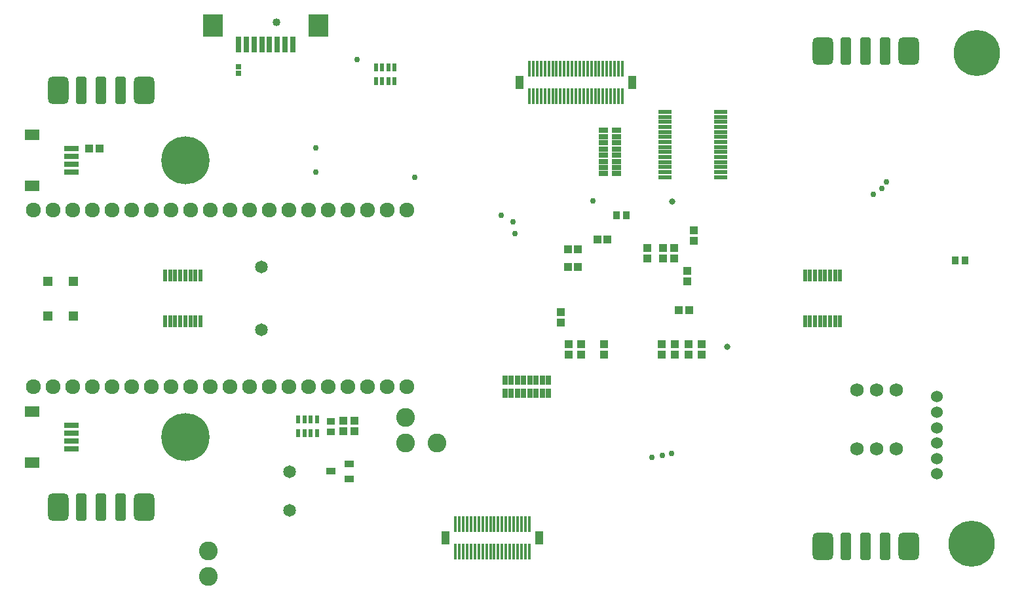
<source format=gbs>
G04 Layer_Color=16711935*
%FSLAX25Y25*%
%MOIN*%
G70*
G01*
G75*
%ADD66C,0.03000*%
%ADD67C,0.04000*%
%ADD68C,0.03200*%
%ADD128R,0.04043X0.03650*%
%ADD132R,0.03650X0.04043*%
%ADD133R,0.03847X0.04240*%
%ADD135R,0.04634X0.02665*%
%ADD136R,0.02665X0.04634*%
%ADD137R,0.04240X0.03847*%
%ADD141R,0.04634X0.04634*%
%ADD142R,0.02272X0.04043*%
G04:AMPARAMS|DCode=152|XSize=142.79mil|YSize=55mil|CornerRadius=15mil|HoleSize=0mil|Usage=FLASHONLY|Rotation=90.000|XOffset=0mil|YOffset=0mil|HoleType=Round|Shape=RoundedRectangle|*
%AMROUNDEDRECTD152*
21,1,0.14279,0.02500,0,0,90.0*
21,1,0.11280,0.05500,0,0,90.0*
1,1,0.03000,0.01250,0.05640*
1,1,0.03000,0.01250,-0.05640*
1,1,0.03000,-0.01250,-0.05640*
1,1,0.03000,-0.01250,0.05640*
%
%ADD152ROUNDEDRECTD152*%
G04:AMPARAMS|DCode=153|XSize=142.79mil|YSize=105mil|CornerRadius=27.5mil|HoleSize=0mil|Usage=FLASHONLY|Rotation=90.000|XOffset=0mil|YOffset=0mil|HoleType=Round|Shape=RoundedRectangle|*
%AMROUNDEDRECTD153*
21,1,0.14279,0.05000,0,0,90.0*
21,1,0.08780,0.10500,0,0,90.0*
1,1,0.05500,0.02500,0.04390*
1,1,0.05500,0.02500,-0.04390*
1,1,0.05500,-0.02500,-0.04390*
1,1,0.05500,-0.02500,0.04390*
%
%ADD153ROUNDEDRECTD153*%
%ADD159C,0.00500*%
%ADD160C,0.06500*%
%ADD161C,0.06799*%
%ADD162C,0.06012*%
%ADD163C,0.09555*%
%ADD164C,0.24500*%
%ADD165C,0.00500*%
%ADD166C,0.23500*%
%ADD167C,0.07587*%
%ADD168C,0.03300*%
%ADD170R,0.07587X0.05224*%
%ADD171R,0.07193X0.02862*%
%ADD172R,0.02272X0.06012*%
%ADD173R,0.04000X0.07000*%
%ADD174R,0.01681X0.08374*%
%ADD175R,0.04634X0.03453*%
%ADD176R,0.02862X0.02862*%
%ADD177R,0.06996X0.02075*%
%ADD178R,0.02862X0.08374*%
%ADD179R,0.10343X0.11524*%
D66*
X220000Y53000D02*
D03*
X226500Y59500D02*
D03*
X224285Y56154D02*
D03*
X36439Y39189D02*
D03*
X30500Y42500D02*
D03*
X37500Y33101D02*
D03*
X107193Y-80870D02*
D03*
X112362Y-80000D02*
D03*
X117060Y-79000D02*
D03*
X77268Y49861D02*
D03*
X-13500Y61738D02*
D03*
X-42700Y121885D02*
D03*
X-63744Y64295D02*
D03*
X-63768Y76788D02*
D03*
D67*
X-83829Y140819D02*
D03*
D68*
X145460Y-24606D02*
D03*
D128*
X-56000Y-62638D02*
D03*
Y-67756D02*
D03*
D132*
X266559Y19500D02*
D03*
X261441D02*
D03*
X89079Y42450D02*
D03*
X94197D02*
D03*
D133*
X126237Y-6000D02*
D03*
X120922D02*
D03*
X-173968Y76393D02*
D03*
X-179283D02*
D03*
X64342Y16004D02*
D03*
X69657D02*
D03*
X64342Y25034D02*
D03*
X69657D02*
D03*
X79343Y30032D02*
D03*
X84658D02*
D03*
D135*
X89106Y85685D02*
D03*
Y82535D02*
D03*
Y79386D02*
D03*
Y76236D02*
D03*
Y73087D02*
D03*
Y69937D02*
D03*
Y66787D02*
D03*
Y63638D02*
D03*
X82413Y85685D02*
D03*
Y82535D02*
D03*
Y79386D02*
D03*
Y76236D02*
D03*
Y73087D02*
D03*
Y69937D02*
D03*
Y66787D02*
D03*
Y63638D02*
D03*
D136*
X54524Y-48346D02*
D03*
X51374D02*
D03*
X48224D02*
D03*
X45075D02*
D03*
X41925D02*
D03*
X38776D02*
D03*
X35626D02*
D03*
X32476D02*
D03*
X54524Y-41654D02*
D03*
X51374D02*
D03*
X48224D02*
D03*
X45075D02*
D03*
X41925D02*
D03*
X38776D02*
D03*
X35626D02*
D03*
X32476D02*
D03*
D137*
X125129Y14110D02*
D03*
Y8795D02*
D03*
X82855Y-28703D02*
D03*
Y-23388D02*
D03*
X112250Y-28703D02*
D03*
Y-23388D02*
D03*
X64842D02*
D03*
Y-28703D02*
D03*
X132500Y-28703D02*
D03*
Y-23388D02*
D03*
X71010Y-28703D02*
D03*
Y-23388D02*
D03*
X125750Y-28703D02*
D03*
Y-23388D02*
D03*
X119000Y-28703D02*
D03*
Y-23388D02*
D03*
X-49902Y-67658D02*
D03*
Y-62343D02*
D03*
X-44000D02*
D03*
Y-67658D02*
D03*
X61000Y-12157D02*
D03*
Y-6842D02*
D03*
X118606Y25657D02*
D03*
Y20343D02*
D03*
X112701Y25657D02*
D03*
Y20343D02*
D03*
X104827Y25657D02*
D03*
Y20343D02*
D03*
X128521Y29342D02*
D03*
Y34657D02*
D03*
D141*
X-187004Y-8858D02*
D03*
Y8858D02*
D03*
X-199996Y-8858D02*
D03*
Y8858D02*
D03*
D142*
X-63276Y-68543D02*
D03*
X-66425D02*
D03*
X-69575D02*
D03*
X-72724D02*
D03*
X-63276Y-61457D02*
D03*
X-66425D02*
D03*
X-69575D02*
D03*
X-72724D02*
D03*
X-33224Y117874D02*
D03*
X-30075D02*
D03*
X-26925D02*
D03*
X-23776D02*
D03*
X-33224Y110787D02*
D03*
X-30075D02*
D03*
X-26925D02*
D03*
X-23776D02*
D03*
D152*
X206000Y-126213D02*
D03*
X216000D02*
D03*
X226000D02*
D03*
X-183000Y-106213D02*
D03*
X-173000D02*
D03*
X-163000D02*
D03*
Y106213D02*
D03*
X-173000D02*
D03*
X-183000D02*
D03*
X226000Y126213D02*
D03*
X216000D02*
D03*
X206000D02*
D03*
D153*
X194032Y-126213D02*
D03*
X237968D02*
D03*
X-194968Y-106213D02*
D03*
X-151031D02*
D03*
Y106213D02*
D03*
X-194968D02*
D03*
X237968Y126213D02*
D03*
X194032D02*
D03*
D159*
X96256Y115905D02*
D03*
X40744D02*
D03*
X48835Y-127905D02*
D03*
X3165D02*
D03*
D160*
X-91500Y-16004D02*
D03*
Y16004D02*
D03*
X-77250Y-107843D02*
D03*
Y-88157D02*
D03*
D161*
X211500Y-76500D02*
D03*
X221500D02*
D03*
X231500D02*
D03*
Y-46500D02*
D03*
X221500D02*
D03*
X211500D02*
D03*
D162*
X252261Y-50000D02*
D03*
X252259Y-89370D02*
D03*
Y-81496D02*
D03*
X252261Y-73622D02*
D03*
X252263Y-65748D02*
D03*
X252261Y-57874D02*
D03*
D163*
X-2000Y-73500D02*
D03*
X-18000Y-60500D02*
D03*
Y-73500D02*
D03*
X-118500Y-141500D02*
D03*
Y-128500D02*
D03*
D164*
X-130000Y70500D02*
D03*
Y-70500D02*
D03*
D165*
X214000Y70500D02*
D03*
X0Y0D02*
D03*
D166*
X270000Y-125000D02*
D03*
X272500Y125000D02*
D03*
D167*
X-17500Y-45000D02*
D03*
X-27500D02*
D03*
X-37500D02*
D03*
X-47500D02*
D03*
X-87500D02*
D03*
X-77500D02*
D03*
X-67500D02*
D03*
X-57500D02*
D03*
X-127500D02*
D03*
X-117500D02*
D03*
X-107500D02*
D03*
X-97500D02*
D03*
X-167500D02*
D03*
X-157500D02*
D03*
X-147500D02*
D03*
X-137500D02*
D03*
X-207500D02*
D03*
X-197500D02*
D03*
X-187500D02*
D03*
X-177500D02*
D03*
Y45000D02*
D03*
X-187500D02*
D03*
X-197500D02*
D03*
X-207500D02*
D03*
X-137500D02*
D03*
X-147500D02*
D03*
X-157500D02*
D03*
X-167500D02*
D03*
X-97500D02*
D03*
X-107500D02*
D03*
X-117500D02*
D03*
X-127500D02*
D03*
X-57500D02*
D03*
X-67500D02*
D03*
X-77500D02*
D03*
X-87500D02*
D03*
X-47500D02*
D03*
X-27500D02*
D03*
X-37500D02*
D03*
X-17500D02*
D03*
D168*
X117568Y49500D02*
D03*
D170*
X-208291Y83492D02*
D03*
Y57508D02*
D03*
Y-57508D02*
D03*
Y-83492D02*
D03*
D171*
X-188016Y72469D02*
D03*
Y76406D02*
D03*
Y64595D02*
D03*
Y68532D02*
D03*
Y-68532D02*
D03*
Y-64595D02*
D03*
Y-76406D02*
D03*
Y-72469D02*
D03*
D172*
X202957Y-11614D02*
D03*
X200398D02*
D03*
X197839D02*
D03*
X195280D02*
D03*
X192720D02*
D03*
X190161D02*
D03*
X187602D02*
D03*
X185043D02*
D03*
X202957Y11614D02*
D03*
X200398D02*
D03*
X197839D02*
D03*
X195280D02*
D03*
X192720D02*
D03*
X190161D02*
D03*
X187602D02*
D03*
X185043D02*
D03*
X-140457Y11614D02*
D03*
X-137898D02*
D03*
X-135339D02*
D03*
X-132780D02*
D03*
X-130220D02*
D03*
X-127661D02*
D03*
X-125102D02*
D03*
X-122543D02*
D03*
X-140457Y-11614D02*
D03*
X-137898D02*
D03*
X-135339D02*
D03*
X-132780D02*
D03*
X-130220D02*
D03*
X-127661D02*
D03*
X-125102D02*
D03*
X-122543D02*
D03*
D173*
X39760Y110000D02*
D03*
X97240D02*
D03*
X49819Y-122000D02*
D03*
X2181D02*
D03*
D174*
X92122Y103012D02*
D03*
X90153D02*
D03*
X88185D02*
D03*
X86216D02*
D03*
X84248D02*
D03*
X82279D02*
D03*
X80311D02*
D03*
X78342D02*
D03*
X76374D02*
D03*
X74405D02*
D03*
X72437D02*
D03*
X70468D02*
D03*
X68500D02*
D03*
X66531D02*
D03*
X64563D02*
D03*
X62594D02*
D03*
X60626D02*
D03*
X58657D02*
D03*
X56689D02*
D03*
X54720D02*
D03*
X52752D02*
D03*
X50783D02*
D03*
X48815D02*
D03*
X46847D02*
D03*
X44878D02*
D03*
X92122Y116988D02*
D03*
X90153D02*
D03*
X88185D02*
D03*
X86216D02*
D03*
X84248D02*
D03*
X82279D02*
D03*
X80311D02*
D03*
X78342D02*
D03*
X76374D02*
D03*
X74405D02*
D03*
X72437D02*
D03*
X70468D02*
D03*
X68500D02*
D03*
X66531D02*
D03*
X64563D02*
D03*
X62594D02*
D03*
X60626D02*
D03*
X58657D02*
D03*
X56689D02*
D03*
X54720D02*
D03*
X52752D02*
D03*
X50783D02*
D03*
X48815D02*
D03*
X46847D02*
D03*
X44878D02*
D03*
X15173Y-115012D02*
D03*
X13205D02*
D03*
X7299D02*
D03*
X9268D02*
D03*
X11236D02*
D03*
X17142D02*
D03*
X42732D02*
D03*
X44701D02*
D03*
X32890D02*
D03*
X40764D02*
D03*
X38795D02*
D03*
X30921D02*
D03*
X28953D02*
D03*
X36827D02*
D03*
X34858D02*
D03*
X21079D02*
D03*
X25016D02*
D03*
X23047D02*
D03*
X19110D02*
D03*
X26984D02*
D03*
X44701Y-128988D02*
D03*
X42732D02*
D03*
X36827D02*
D03*
X34858D02*
D03*
X40764D02*
D03*
X38795D02*
D03*
X32890D02*
D03*
X30921D02*
D03*
X28953D02*
D03*
X23047D02*
D03*
X21079D02*
D03*
X19110D02*
D03*
X17142D02*
D03*
X15173D02*
D03*
X26984D02*
D03*
X25016D02*
D03*
X9268D02*
D03*
X7299D02*
D03*
X13205D02*
D03*
X11236D02*
D03*
D175*
X-56224Y-88000D02*
D03*
X-46776Y-91740D02*
D03*
Y-84260D02*
D03*
D176*
X-103122Y118272D02*
D03*
Y114728D02*
D03*
D177*
X142272Y95134D02*
D03*
Y92575D02*
D03*
Y90016D02*
D03*
Y87457D02*
D03*
Y84898D02*
D03*
Y82339D02*
D03*
Y79779D02*
D03*
Y77220D02*
D03*
Y74661D02*
D03*
Y72102D02*
D03*
Y69543D02*
D03*
Y66984D02*
D03*
Y64425D02*
D03*
Y61866D02*
D03*
X113728Y95134D02*
D03*
Y92575D02*
D03*
Y90016D02*
D03*
Y87457D02*
D03*
Y84898D02*
D03*
Y82339D02*
D03*
Y79779D02*
D03*
Y77220D02*
D03*
Y74661D02*
D03*
Y72102D02*
D03*
Y69543D02*
D03*
Y66984D02*
D03*
Y64425D02*
D03*
Y61866D02*
D03*
D178*
X-75563Y129551D02*
D03*
X-103122D02*
D03*
X-99186D02*
D03*
X-95249D02*
D03*
X-91311D02*
D03*
X-87374Y129551D02*
D03*
X-83437Y129551D02*
D03*
X-79500D02*
D03*
D179*
X-62375Y139000D02*
D03*
X-116311D02*
D03*
M02*

</source>
